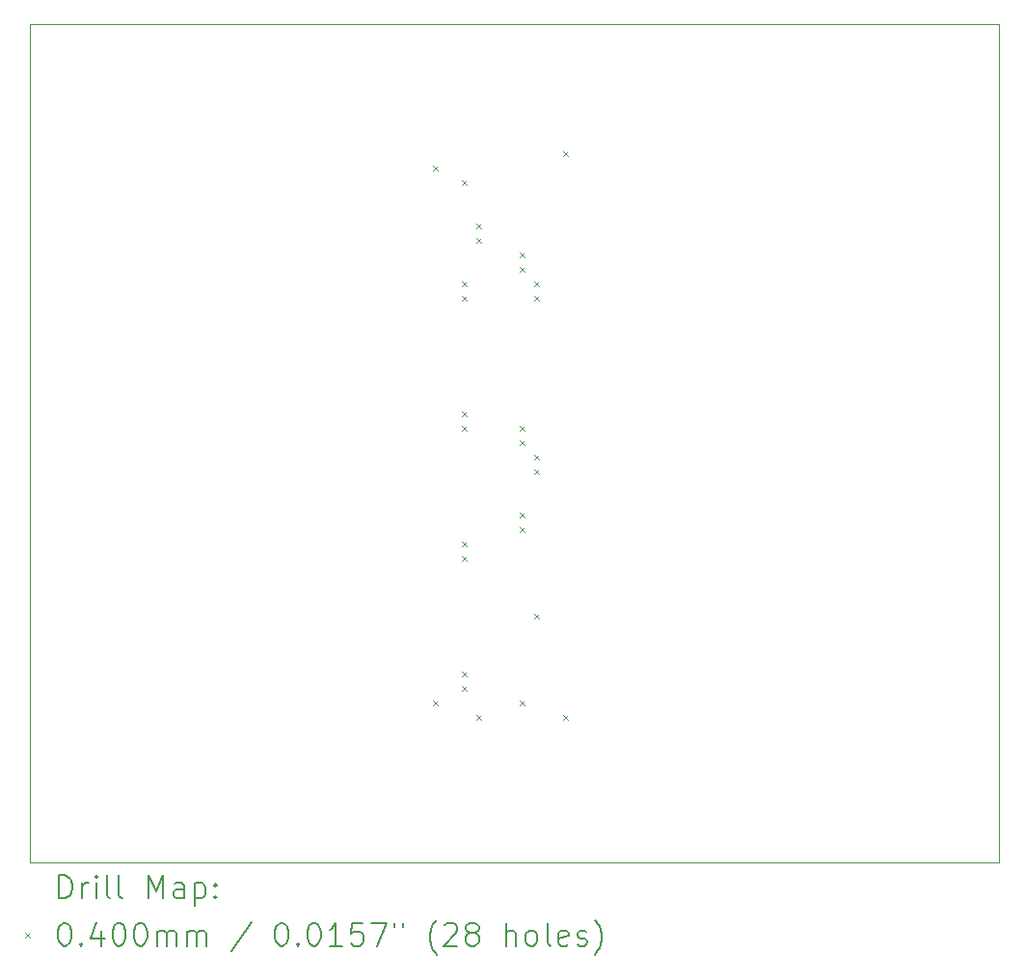
<source format=gbr>
%TF.GenerationSoftware,KiCad,Pcbnew,7.0.10*%
%TF.CreationDate,2024-03-14T12:03:40+01:00*%
%TF.ProjectId,FMC_breakout,464d435f-6272-4656-916b-6f75742e6b69,1.2*%
%TF.SameCoordinates,Original*%
%TF.FileFunction,Drillmap*%
%TF.FilePolarity,Positive*%
%FSLAX45Y45*%
G04 Gerber Fmt 4.5, Leading zero omitted, Abs format (unit mm)*
G04 Created by KiCad (PCBNEW 7.0.10) date 2024-03-14 12:03:40*
%MOMM*%
%LPD*%
G01*
G04 APERTURE LIST*
%ADD10C,0.100000*%
%ADD11C,0.200000*%
G04 APERTURE END LIST*
D10*
X2984500Y-5588000D02*
X11493500Y-5588000D01*
X11493500Y-12954000D01*
X2984500Y-12954000D01*
X2984500Y-5588000D01*
D11*
D10*
X6520500Y-6838000D02*
X6560500Y-6878000D01*
X6560500Y-6838000D02*
X6520500Y-6878000D01*
X6520500Y-11537000D02*
X6560500Y-11577000D01*
X6560500Y-11537000D02*
X6520500Y-11577000D01*
X6774500Y-6965000D02*
X6814500Y-7005000D01*
X6814500Y-6965000D02*
X6774500Y-7005000D01*
X6774500Y-7854000D02*
X6814500Y-7894000D01*
X6814500Y-7854000D02*
X6774500Y-7894000D01*
X6774500Y-7981000D02*
X6814500Y-8021000D01*
X6814500Y-7981000D02*
X6774500Y-8021000D01*
X6774500Y-8997000D02*
X6814500Y-9037000D01*
X6814500Y-8997000D02*
X6774500Y-9037000D01*
X6774500Y-9124000D02*
X6814500Y-9164000D01*
X6814500Y-9124000D02*
X6774500Y-9164000D01*
X6774500Y-10140000D02*
X6814500Y-10180000D01*
X6814500Y-10140000D02*
X6774500Y-10180000D01*
X6774500Y-10267000D02*
X6814500Y-10307000D01*
X6814500Y-10267000D02*
X6774500Y-10307000D01*
X6774500Y-11283000D02*
X6814500Y-11323000D01*
X6814500Y-11283000D02*
X6774500Y-11323000D01*
X6774500Y-11410000D02*
X6814500Y-11450000D01*
X6814500Y-11410000D02*
X6774500Y-11450000D01*
X6901500Y-7346000D02*
X6941500Y-7386000D01*
X6941500Y-7346000D02*
X6901500Y-7386000D01*
X6901500Y-7473000D02*
X6941500Y-7513000D01*
X6941500Y-7473000D02*
X6901500Y-7513000D01*
X6901500Y-11664000D02*
X6941500Y-11704000D01*
X6941500Y-11664000D02*
X6901500Y-11704000D01*
X7282500Y-7600000D02*
X7322500Y-7640000D01*
X7322500Y-7600000D02*
X7282500Y-7640000D01*
X7282500Y-7727000D02*
X7322500Y-7767000D01*
X7322500Y-7727000D02*
X7282500Y-7767000D01*
X7282500Y-9124000D02*
X7322500Y-9164000D01*
X7322500Y-9124000D02*
X7282500Y-9164000D01*
X7282500Y-9251000D02*
X7322500Y-9291000D01*
X7322500Y-9251000D02*
X7282500Y-9291000D01*
X7282500Y-9886000D02*
X7322500Y-9926000D01*
X7322500Y-9886000D02*
X7282500Y-9926000D01*
X7282500Y-10013000D02*
X7322500Y-10053000D01*
X7322500Y-10013000D02*
X7282500Y-10053000D01*
X7282500Y-11537000D02*
X7322500Y-11577000D01*
X7322500Y-11537000D02*
X7282500Y-11577000D01*
X7409500Y-7854000D02*
X7449500Y-7894000D01*
X7449500Y-7854000D02*
X7409500Y-7894000D01*
X7409500Y-7981000D02*
X7449500Y-8021000D01*
X7449500Y-7981000D02*
X7409500Y-8021000D01*
X7409500Y-9378000D02*
X7449500Y-9418000D01*
X7449500Y-9378000D02*
X7409500Y-9418000D01*
X7409500Y-9505000D02*
X7449500Y-9545000D01*
X7449500Y-9505000D02*
X7409500Y-9545000D01*
X7409500Y-10775000D02*
X7449500Y-10815000D01*
X7449500Y-10775000D02*
X7409500Y-10815000D01*
X7663500Y-6711000D02*
X7703500Y-6751000D01*
X7703500Y-6711000D02*
X7663500Y-6751000D01*
X7663500Y-11664000D02*
X7703500Y-11704000D01*
X7703500Y-11664000D02*
X7663500Y-11704000D01*
D11*
X3240277Y-13270484D02*
X3240277Y-13070484D01*
X3240277Y-13070484D02*
X3287896Y-13070484D01*
X3287896Y-13070484D02*
X3316467Y-13080008D01*
X3316467Y-13080008D02*
X3335515Y-13099055D01*
X3335515Y-13099055D02*
X3345039Y-13118103D01*
X3345039Y-13118103D02*
X3354562Y-13156198D01*
X3354562Y-13156198D02*
X3354562Y-13184769D01*
X3354562Y-13184769D02*
X3345039Y-13222865D01*
X3345039Y-13222865D02*
X3335515Y-13241912D01*
X3335515Y-13241912D02*
X3316467Y-13260960D01*
X3316467Y-13260960D02*
X3287896Y-13270484D01*
X3287896Y-13270484D02*
X3240277Y-13270484D01*
X3440277Y-13270484D02*
X3440277Y-13137150D01*
X3440277Y-13175246D02*
X3449801Y-13156198D01*
X3449801Y-13156198D02*
X3459324Y-13146674D01*
X3459324Y-13146674D02*
X3478372Y-13137150D01*
X3478372Y-13137150D02*
X3497420Y-13137150D01*
X3564086Y-13270484D02*
X3564086Y-13137150D01*
X3564086Y-13070484D02*
X3554562Y-13080008D01*
X3554562Y-13080008D02*
X3564086Y-13089531D01*
X3564086Y-13089531D02*
X3573610Y-13080008D01*
X3573610Y-13080008D02*
X3564086Y-13070484D01*
X3564086Y-13070484D02*
X3564086Y-13089531D01*
X3687896Y-13270484D02*
X3668848Y-13260960D01*
X3668848Y-13260960D02*
X3659324Y-13241912D01*
X3659324Y-13241912D02*
X3659324Y-13070484D01*
X3792658Y-13270484D02*
X3773610Y-13260960D01*
X3773610Y-13260960D02*
X3764086Y-13241912D01*
X3764086Y-13241912D02*
X3764086Y-13070484D01*
X4021229Y-13270484D02*
X4021229Y-13070484D01*
X4021229Y-13070484D02*
X4087896Y-13213341D01*
X4087896Y-13213341D02*
X4154562Y-13070484D01*
X4154562Y-13070484D02*
X4154562Y-13270484D01*
X4335515Y-13270484D02*
X4335515Y-13165722D01*
X4335515Y-13165722D02*
X4325991Y-13146674D01*
X4325991Y-13146674D02*
X4306944Y-13137150D01*
X4306944Y-13137150D02*
X4268848Y-13137150D01*
X4268848Y-13137150D02*
X4249801Y-13146674D01*
X4335515Y-13260960D02*
X4316467Y-13270484D01*
X4316467Y-13270484D02*
X4268848Y-13270484D01*
X4268848Y-13270484D02*
X4249801Y-13260960D01*
X4249801Y-13260960D02*
X4240277Y-13241912D01*
X4240277Y-13241912D02*
X4240277Y-13222865D01*
X4240277Y-13222865D02*
X4249801Y-13203817D01*
X4249801Y-13203817D02*
X4268848Y-13194293D01*
X4268848Y-13194293D02*
X4316467Y-13194293D01*
X4316467Y-13194293D02*
X4335515Y-13184769D01*
X4430753Y-13137150D02*
X4430753Y-13337150D01*
X4430753Y-13146674D02*
X4449801Y-13137150D01*
X4449801Y-13137150D02*
X4487896Y-13137150D01*
X4487896Y-13137150D02*
X4506944Y-13146674D01*
X4506944Y-13146674D02*
X4516467Y-13156198D01*
X4516467Y-13156198D02*
X4525991Y-13175246D01*
X4525991Y-13175246D02*
X4525991Y-13232388D01*
X4525991Y-13232388D02*
X4516467Y-13251436D01*
X4516467Y-13251436D02*
X4506944Y-13260960D01*
X4506944Y-13260960D02*
X4487896Y-13270484D01*
X4487896Y-13270484D02*
X4449801Y-13270484D01*
X4449801Y-13270484D02*
X4430753Y-13260960D01*
X4611705Y-13251436D02*
X4621229Y-13260960D01*
X4621229Y-13260960D02*
X4611705Y-13270484D01*
X4611705Y-13270484D02*
X4602182Y-13260960D01*
X4602182Y-13260960D02*
X4611705Y-13251436D01*
X4611705Y-13251436D02*
X4611705Y-13270484D01*
X4611705Y-13146674D02*
X4621229Y-13156198D01*
X4621229Y-13156198D02*
X4611705Y-13165722D01*
X4611705Y-13165722D02*
X4602182Y-13156198D01*
X4602182Y-13156198D02*
X4611705Y-13146674D01*
X4611705Y-13146674D02*
X4611705Y-13165722D01*
D10*
X2939500Y-13579000D02*
X2979500Y-13619000D01*
X2979500Y-13579000D02*
X2939500Y-13619000D01*
D11*
X3278372Y-13490484D02*
X3297420Y-13490484D01*
X3297420Y-13490484D02*
X3316467Y-13500008D01*
X3316467Y-13500008D02*
X3325991Y-13509531D01*
X3325991Y-13509531D02*
X3335515Y-13528579D01*
X3335515Y-13528579D02*
X3345039Y-13566674D01*
X3345039Y-13566674D02*
X3345039Y-13614293D01*
X3345039Y-13614293D02*
X3335515Y-13652388D01*
X3335515Y-13652388D02*
X3325991Y-13671436D01*
X3325991Y-13671436D02*
X3316467Y-13680960D01*
X3316467Y-13680960D02*
X3297420Y-13690484D01*
X3297420Y-13690484D02*
X3278372Y-13690484D01*
X3278372Y-13690484D02*
X3259324Y-13680960D01*
X3259324Y-13680960D02*
X3249801Y-13671436D01*
X3249801Y-13671436D02*
X3240277Y-13652388D01*
X3240277Y-13652388D02*
X3230753Y-13614293D01*
X3230753Y-13614293D02*
X3230753Y-13566674D01*
X3230753Y-13566674D02*
X3240277Y-13528579D01*
X3240277Y-13528579D02*
X3249801Y-13509531D01*
X3249801Y-13509531D02*
X3259324Y-13500008D01*
X3259324Y-13500008D02*
X3278372Y-13490484D01*
X3430753Y-13671436D02*
X3440277Y-13680960D01*
X3440277Y-13680960D02*
X3430753Y-13690484D01*
X3430753Y-13690484D02*
X3421229Y-13680960D01*
X3421229Y-13680960D02*
X3430753Y-13671436D01*
X3430753Y-13671436D02*
X3430753Y-13690484D01*
X3611705Y-13557150D02*
X3611705Y-13690484D01*
X3564086Y-13480960D02*
X3516467Y-13623817D01*
X3516467Y-13623817D02*
X3640277Y-13623817D01*
X3754562Y-13490484D02*
X3773610Y-13490484D01*
X3773610Y-13490484D02*
X3792658Y-13500008D01*
X3792658Y-13500008D02*
X3802182Y-13509531D01*
X3802182Y-13509531D02*
X3811705Y-13528579D01*
X3811705Y-13528579D02*
X3821229Y-13566674D01*
X3821229Y-13566674D02*
X3821229Y-13614293D01*
X3821229Y-13614293D02*
X3811705Y-13652388D01*
X3811705Y-13652388D02*
X3802182Y-13671436D01*
X3802182Y-13671436D02*
X3792658Y-13680960D01*
X3792658Y-13680960D02*
X3773610Y-13690484D01*
X3773610Y-13690484D02*
X3754562Y-13690484D01*
X3754562Y-13690484D02*
X3735515Y-13680960D01*
X3735515Y-13680960D02*
X3725991Y-13671436D01*
X3725991Y-13671436D02*
X3716467Y-13652388D01*
X3716467Y-13652388D02*
X3706943Y-13614293D01*
X3706943Y-13614293D02*
X3706943Y-13566674D01*
X3706943Y-13566674D02*
X3716467Y-13528579D01*
X3716467Y-13528579D02*
X3725991Y-13509531D01*
X3725991Y-13509531D02*
X3735515Y-13500008D01*
X3735515Y-13500008D02*
X3754562Y-13490484D01*
X3945039Y-13490484D02*
X3964086Y-13490484D01*
X3964086Y-13490484D02*
X3983134Y-13500008D01*
X3983134Y-13500008D02*
X3992658Y-13509531D01*
X3992658Y-13509531D02*
X4002182Y-13528579D01*
X4002182Y-13528579D02*
X4011705Y-13566674D01*
X4011705Y-13566674D02*
X4011705Y-13614293D01*
X4011705Y-13614293D02*
X4002182Y-13652388D01*
X4002182Y-13652388D02*
X3992658Y-13671436D01*
X3992658Y-13671436D02*
X3983134Y-13680960D01*
X3983134Y-13680960D02*
X3964086Y-13690484D01*
X3964086Y-13690484D02*
X3945039Y-13690484D01*
X3945039Y-13690484D02*
X3925991Y-13680960D01*
X3925991Y-13680960D02*
X3916467Y-13671436D01*
X3916467Y-13671436D02*
X3906943Y-13652388D01*
X3906943Y-13652388D02*
X3897420Y-13614293D01*
X3897420Y-13614293D02*
X3897420Y-13566674D01*
X3897420Y-13566674D02*
X3906943Y-13528579D01*
X3906943Y-13528579D02*
X3916467Y-13509531D01*
X3916467Y-13509531D02*
X3925991Y-13500008D01*
X3925991Y-13500008D02*
X3945039Y-13490484D01*
X4097420Y-13690484D02*
X4097420Y-13557150D01*
X4097420Y-13576198D02*
X4106943Y-13566674D01*
X4106943Y-13566674D02*
X4125991Y-13557150D01*
X4125991Y-13557150D02*
X4154563Y-13557150D01*
X4154563Y-13557150D02*
X4173610Y-13566674D01*
X4173610Y-13566674D02*
X4183134Y-13585722D01*
X4183134Y-13585722D02*
X4183134Y-13690484D01*
X4183134Y-13585722D02*
X4192658Y-13566674D01*
X4192658Y-13566674D02*
X4211705Y-13557150D01*
X4211705Y-13557150D02*
X4240277Y-13557150D01*
X4240277Y-13557150D02*
X4259325Y-13566674D01*
X4259325Y-13566674D02*
X4268848Y-13585722D01*
X4268848Y-13585722D02*
X4268848Y-13690484D01*
X4364086Y-13690484D02*
X4364086Y-13557150D01*
X4364086Y-13576198D02*
X4373610Y-13566674D01*
X4373610Y-13566674D02*
X4392658Y-13557150D01*
X4392658Y-13557150D02*
X4421229Y-13557150D01*
X4421229Y-13557150D02*
X4440277Y-13566674D01*
X4440277Y-13566674D02*
X4449801Y-13585722D01*
X4449801Y-13585722D02*
X4449801Y-13690484D01*
X4449801Y-13585722D02*
X4459325Y-13566674D01*
X4459325Y-13566674D02*
X4478372Y-13557150D01*
X4478372Y-13557150D02*
X4506944Y-13557150D01*
X4506944Y-13557150D02*
X4525991Y-13566674D01*
X4525991Y-13566674D02*
X4535515Y-13585722D01*
X4535515Y-13585722D02*
X4535515Y-13690484D01*
X4925991Y-13480960D02*
X4754563Y-13738103D01*
X5183134Y-13490484D02*
X5202182Y-13490484D01*
X5202182Y-13490484D02*
X5221229Y-13500008D01*
X5221229Y-13500008D02*
X5230753Y-13509531D01*
X5230753Y-13509531D02*
X5240277Y-13528579D01*
X5240277Y-13528579D02*
X5249801Y-13566674D01*
X5249801Y-13566674D02*
X5249801Y-13614293D01*
X5249801Y-13614293D02*
X5240277Y-13652388D01*
X5240277Y-13652388D02*
X5230753Y-13671436D01*
X5230753Y-13671436D02*
X5221229Y-13680960D01*
X5221229Y-13680960D02*
X5202182Y-13690484D01*
X5202182Y-13690484D02*
X5183134Y-13690484D01*
X5183134Y-13690484D02*
X5164087Y-13680960D01*
X5164087Y-13680960D02*
X5154563Y-13671436D01*
X5154563Y-13671436D02*
X5145039Y-13652388D01*
X5145039Y-13652388D02*
X5135515Y-13614293D01*
X5135515Y-13614293D02*
X5135515Y-13566674D01*
X5135515Y-13566674D02*
X5145039Y-13528579D01*
X5145039Y-13528579D02*
X5154563Y-13509531D01*
X5154563Y-13509531D02*
X5164087Y-13500008D01*
X5164087Y-13500008D02*
X5183134Y-13490484D01*
X5335515Y-13671436D02*
X5345039Y-13680960D01*
X5345039Y-13680960D02*
X5335515Y-13690484D01*
X5335515Y-13690484D02*
X5325991Y-13680960D01*
X5325991Y-13680960D02*
X5335515Y-13671436D01*
X5335515Y-13671436D02*
X5335515Y-13690484D01*
X5468848Y-13490484D02*
X5487896Y-13490484D01*
X5487896Y-13490484D02*
X5506944Y-13500008D01*
X5506944Y-13500008D02*
X5516468Y-13509531D01*
X5516468Y-13509531D02*
X5525991Y-13528579D01*
X5525991Y-13528579D02*
X5535515Y-13566674D01*
X5535515Y-13566674D02*
X5535515Y-13614293D01*
X5535515Y-13614293D02*
X5525991Y-13652388D01*
X5525991Y-13652388D02*
X5516468Y-13671436D01*
X5516468Y-13671436D02*
X5506944Y-13680960D01*
X5506944Y-13680960D02*
X5487896Y-13690484D01*
X5487896Y-13690484D02*
X5468848Y-13690484D01*
X5468848Y-13690484D02*
X5449801Y-13680960D01*
X5449801Y-13680960D02*
X5440277Y-13671436D01*
X5440277Y-13671436D02*
X5430753Y-13652388D01*
X5430753Y-13652388D02*
X5421229Y-13614293D01*
X5421229Y-13614293D02*
X5421229Y-13566674D01*
X5421229Y-13566674D02*
X5430753Y-13528579D01*
X5430753Y-13528579D02*
X5440277Y-13509531D01*
X5440277Y-13509531D02*
X5449801Y-13500008D01*
X5449801Y-13500008D02*
X5468848Y-13490484D01*
X5725991Y-13690484D02*
X5611706Y-13690484D01*
X5668848Y-13690484D02*
X5668848Y-13490484D01*
X5668848Y-13490484D02*
X5649801Y-13519055D01*
X5649801Y-13519055D02*
X5630753Y-13538103D01*
X5630753Y-13538103D02*
X5611706Y-13547627D01*
X5906944Y-13490484D02*
X5811706Y-13490484D01*
X5811706Y-13490484D02*
X5802182Y-13585722D01*
X5802182Y-13585722D02*
X5811706Y-13576198D01*
X5811706Y-13576198D02*
X5830753Y-13566674D01*
X5830753Y-13566674D02*
X5878372Y-13566674D01*
X5878372Y-13566674D02*
X5897420Y-13576198D01*
X5897420Y-13576198D02*
X5906944Y-13585722D01*
X5906944Y-13585722D02*
X5916467Y-13604769D01*
X5916467Y-13604769D02*
X5916467Y-13652388D01*
X5916467Y-13652388D02*
X5906944Y-13671436D01*
X5906944Y-13671436D02*
X5897420Y-13680960D01*
X5897420Y-13680960D02*
X5878372Y-13690484D01*
X5878372Y-13690484D02*
X5830753Y-13690484D01*
X5830753Y-13690484D02*
X5811706Y-13680960D01*
X5811706Y-13680960D02*
X5802182Y-13671436D01*
X5983134Y-13490484D02*
X6116467Y-13490484D01*
X6116467Y-13490484D02*
X6030753Y-13690484D01*
X6183134Y-13490484D02*
X6183134Y-13528579D01*
X6259325Y-13490484D02*
X6259325Y-13528579D01*
X6554563Y-13766674D02*
X6545039Y-13757150D01*
X6545039Y-13757150D02*
X6525991Y-13728579D01*
X6525991Y-13728579D02*
X6516468Y-13709531D01*
X6516468Y-13709531D02*
X6506944Y-13680960D01*
X6506944Y-13680960D02*
X6497420Y-13633341D01*
X6497420Y-13633341D02*
X6497420Y-13595246D01*
X6497420Y-13595246D02*
X6506944Y-13547627D01*
X6506944Y-13547627D02*
X6516468Y-13519055D01*
X6516468Y-13519055D02*
X6525991Y-13500008D01*
X6525991Y-13500008D02*
X6545039Y-13471436D01*
X6545039Y-13471436D02*
X6554563Y-13461912D01*
X6621229Y-13509531D02*
X6630753Y-13500008D01*
X6630753Y-13500008D02*
X6649801Y-13490484D01*
X6649801Y-13490484D02*
X6697420Y-13490484D01*
X6697420Y-13490484D02*
X6716468Y-13500008D01*
X6716468Y-13500008D02*
X6725991Y-13509531D01*
X6725991Y-13509531D02*
X6735515Y-13528579D01*
X6735515Y-13528579D02*
X6735515Y-13547627D01*
X6735515Y-13547627D02*
X6725991Y-13576198D01*
X6725991Y-13576198D02*
X6611706Y-13690484D01*
X6611706Y-13690484D02*
X6735515Y-13690484D01*
X6849801Y-13576198D02*
X6830753Y-13566674D01*
X6830753Y-13566674D02*
X6821229Y-13557150D01*
X6821229Y-13557150D02*
X6811706Y-13538103D01*
X6811706Y-13538103D02*
X6811706Y-13528579D01*
X6811706Y-13528579D02*
X6821229Y-13509531D01*
X6821229Y-13509531D02*
X6830753Y-13500008D01*
X6830753Y-13500008D02*
X6849801Y-13490484D01*
X6849801Y-13490484D02*
X6887896Y-13490484D01*
X6887896Y-13490484D02*
X6906944Y-13500008D01*
X6906944Y-13500008D02*
X6916468Y-13509531D01*
X6916468Y-13509531D02*
X6925991Y-13528579D01*
X6925991Y-13528579D02*
X6925991Y-13538103D01*
X6925991Y-13538103D02*
X6916468Y-13557150D01*
X6916468Y-13557150D02*
X6906944Y-13566674D01*
X6906944Y-13566674D02*
X6887896Y-13576198D01*
X6887896Y-13576198D02*
X6849801Y-13576198D01*
X6849801Y-13576198D02*
X6830753Y-13585722D01*
X6830753Y-13585722D02*
X6821229Y-13595246D01*
X6821229Y-13595246D02*
X6811706Y-13614293D01*
X6811706Y-13614293D02*
X6811706Y-13652388D01*
X6811706Y-13652388D02*
X6821229Y-13671436D01*
X6821229Y-13671436D02*
X6830753Y-13680960D01*
X6830753Y-13680960D02*
X6849801Y-13690484D01*
X6849801Y-13690484D02*
X6887896Y-13690484D01*
X6887896Y-13690484D02*
X6906944Y-13680960D01*
X6906944Y-13680960D02*
X6916468Y-13671436D01*
X6916468Y-13671436D02*
X6925991Y-13652388D01*
X6925991Y-13652388D02*
X6925991Y-13614293D01*
X6925991Y-13614293D02*
X6916468Y-13595246D01*
X6916468Y-13595246D02*
X6906944Y-13585722D01*
X6906944Y-13585722D02*
X6887896Y-13576198D01*
X7164087Y-13690484D02*
X7164087Y-13490484D01*
X7249801Y-13690484D02*
X7249801Y-13585722D01*
X7249801Y-13585722D02*
X7240277Y-13566674D01*
X7240277Y-13566674D02*
X7221230Y-13557150D01*
X7221230Y-13557150D02*
X7192658Y-13557150D01*
X7192658Y-13557150D02*
X7173610Y-13566674D01*
X7173610Y-13566674D02*
X7164087Y-13576198D01*
X7373610Y-13690484D02*
X7354563Y-13680960D01*
X7354563Y-13680960D02*
X7345039Y-13671436D01*
X7345039Y-13671436D02*
X7335515Y-13652388D01*
X7335515Y-13652388D02*
X7335515Y-13595246D01*
X7335515Y-13595246D02*
X7345039Y-13576198D01*
X7345039Y-13576198D02*
X7354563Y-13566674D01*
X7354563Y-13566674D02*
X7373610Y-13557150D01*
X7373610Y-13557150D02*
X7402182Y-13557150D01*
X7402182Y-13557150D02*
X7421230Y-13566674D01*
X7421230Y-13566674D02*
X7430753Y-13576198D01*
X7430753Y-13576198D02*
X7440277Y-13595246D01*
X7440277Y-13595246D02*
X7440277Y-13652388D01*
X7440277Y-13652388D02*
X7430753Y-13671436D01*
X7430753Y-13671436D02*
X7421230Y-13680960D01*
X7421230Y-13680960D02*
X7402182Y-13690484D01*
X7402182Y-13690484D02*
X7373610Y-13690484D01*
X7554563Y-13690484D02*
X7535515Y-13680960D01*
X7535515Y-13680960D02*
X7525991Y-13661912D01*
X7525991Y-13661912D02*
X7525991Y-13490484D01*
X7706944Y-13680960D02*
X7687896Y-13690484D01*
X7687896Y-13690484D02*
X7649801Y-13690484D01*
X7649801Y-13690484D02*
X7630753Y-13680960D01*
X7630753Y-13680960D02*
X7621230Y-13661912D01*
X7621230Y-13661912D02*
X7621230Y-13585722D01*
X7621230Y-13585722D02*
X7630753Y-13566674D01*
X7630753Y-13566674D02*
X7649801Y-13557150D01*
X7649801Y-13557150D02*
X7687896Y-13557150D01*
X7687896Y-13557150D02*
X7706944Y-13566674D01*
X7706944Y-13566674D02*
X7716468Y-13585722D01*
X7716468Y-13585722D02*
X7716468Y-13604769D01*
X7716468Y-13604769D02*
X7621230Y-13623817D01*
X7792658Y-13680960D02*
X7811706Y-13690484D01*
X7811706Y-13690484D02*
X7849801Y-13690484D01*
X7849801Y-13690484D02*
X7868849Y-13680960D01*
X7868849Y-13680960D02*
X7878372Y-13661912D01*
X7878372Y-13661912D02*
X7878372Y-13652388D01*
X7878372Y-13652388D02*
X7868849Y-13633341D01*
X7868849Y-13633341D02*
X7849801Y-13623817D01*
X7849801Y-13623817D02*
X7821230Y-13623817D01*
X7821230Y-13623817D02*
X7802182Y-13614293D01*
X7802182Y-13614293D02*
X7792658Y-13595246D01*
X7792658Y-13595246D02*
X7792658Y-13585722D01*
X7792658Y-13585722D02*
X7802182Y-13566674D01*
X7802182Y-13566674D02*
X7821230Y-13557150D01*
X7821230Y-13557150D02*
X7849801Y-13557150D01*
X7849801Y-13557150D02*
X7868849Y-13566674D01*
X7945039Y-13766674D02*
X7954563Y-13757150D01*
X7954563Y-13757150D02*
X7973611Y-13728579D01*
X7973611Y-13728579D02*
X7983134Y-13709531D01*
X7983134Y-13709531D02*
X7992658Y-13680960D01*
X7992658Y-13680960D02*
X8002182Y-13633341D01*
X8002182Y-13633341D02*
X8002182Y-13595246D01*
X8002182Y-13595246D02*
X7992658Y-13547627D01*
X7992658Y-13547627D02*
X7983134Y-13519055D01*
X7983134Y-13519055D02*
X7973611Y-13500008D01*
X7973611Y-13500008D02*
X7954563Y-13471436D01*
X7954563Y-13471436D02*
X7945039Y-13461912D01*
M02*

</source>
